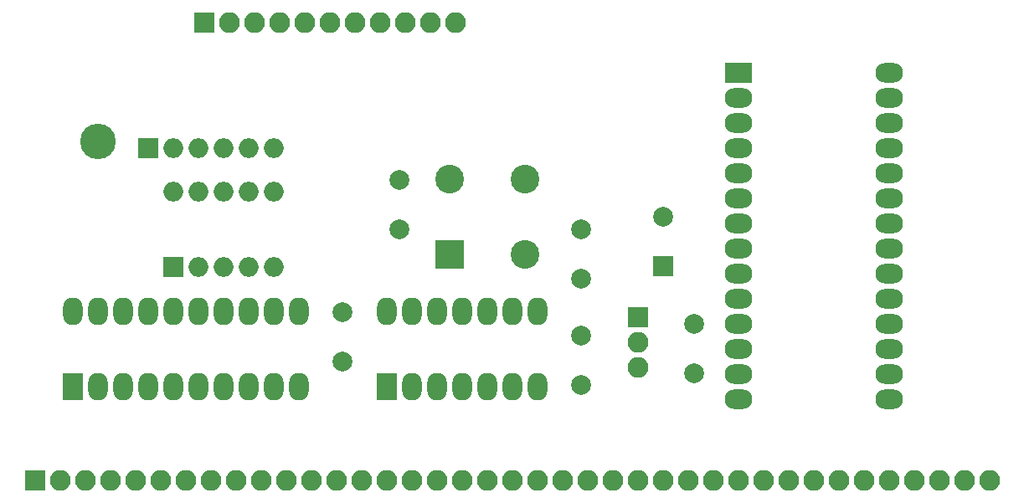
<source format=gbs>
G04 #@! TF.FileFunction,Soldermask,Bot*
%FSLAX46Y46*%
G04 Gerber Fmt 4.6, Leading zero omitted, Abs format (unit mm)*
G04 Created by KiCad (PCBNEW 4.0.6) date 08/29/17 13:01:26*
%MOMM*%
%LPD*%
G01*
G04 APERTURE LIST*
%ADD10C,0.100000*%
%ADD11R,2.800000X2.000000*%
%ADD12O,2.800000X2.000000*%
%ADD13R,2.100000X2.100000*%
%ADD14O,2.100000X2.100000*%
%ADD15C,2.000000*%
%ADD16C,3.600000*%
%ADD17R,2.000000X2.000000*%
%ADD18O,2.000000X2.000000*%
%ADD19R,2.000000X2.800000*%
%ADD20O,2.000000X2.800000*%
%ADD21R,2.900000X2.900000*%
%ADD22C,2.900000*%
G04 APERTURE END LIST*
D10*
D11*
X152400000Y-83820000D03*
D12*
X167640000Y-116840000D03*
X152400000Y-86360000D03*
X167640000Y-114300000D03*
X152400000Y-88900000D03*
X167640000Y-111760000D03*
X152400000Y-91440000D03*
X167640000Y-109220000D03*
X152400000Y-93980000D03*
X167640000Y-106680000D03*
X152400000Y-96520000D03*
X167640000Y-104140000D03*
X152400000Y-99060000D03*
X167640000Y-101600000D03*
X152400000Y-101600000D03*
X167640000Y-99060000D03*
X152400000Y-104140000D03*
X167640000Y-96520000D03*
X152400000Y-106680000D03*
X167640000Y-93980000D03*
X152400000Y-109220000D03*
X167640000Y-91440000D03*
X152400000Y-111760000D03*
X167640000Y-88900000D03*
X152400000Y-114300000D03*
X167640000Y-86360000D03*
X152400000Y-116840000D03*
X167640000Y-83820000D03*
D13*
X98425000Y-78740000D03*
D14*
X100965000Y-78740000D03*
X103505000Y-78740000D03*
X106045000Y-78740000D03*
X108585000Y-78740000D03*
X111125000Y-78740000D03*
X113665000Y-78740000D03*
X116205000Y-78740000D03*
X118745000Y-78740000D03*
X121285000Y-78740000D03*
X123825000Y-78740000D03*
D15*
X136525000Y-104655000D03*
X136525000Y-99655000D03*
D16*
X87630000Y-90805000D03*
D13*
X142240000Y-108585000D03*
D14*
X142240000Y-111125000D03*
X142240000Y-113665000D03*
D17*
X92710000Y-91440000D03*
D18*
X95250000Y-91440000D03*
X97790000Y-91440000D03*
X100330000Y-91440000D03*
X102870000Y-91440000D03*
X105410000Y-91440000D03*
D17*
X95250000Y-103505000D03*
D18*
X105410000Y-95885000D03*
X97790000Y-103505000D03*
X102870000Y-95885000D03*
X100330000Y-103505000D03*
X100330000Y-95885000D03*
X102870000Y-103505000D03*
X97790000Y-95885000D03*
X105410000Y-103505000D03*
X95250000Y-95885000D03*
D19*
X116840000Y-115570000D03*
D20*
X132080000Y-107950000D03*
X119380000Y-115570000D03*
X129540000Y-107950000D03*
X121920000Y-115570000D03*
X127000000Y-107950000D03*
X124460000Y-115570000D03*
X124460000Y-107950000D03*
X127000000Y-115570000D03*
X121920000Y-107950000D03*
X129540000Y-115570000D03*
X119380000Y-107950000D03*
X132080000Y-115570000D03*
X116840000Y-107950000D03*
D19*
X85090000Y-115570000D03*
D20*
X107950000Y-107950000D03*
X87630000Y-115570000D03*
X105410000Y-107950000D03*
X90170000Y-115570000D03*
X102870000Y-107950000D03*
X92710000Y-115570000D03*
X100330000Y-107950000D03*
X95250000Y-115570000D03*
X97790000Y-107950000D03*
X97790000Y-115570000D03*
X95250000Y-107950000D03*
X100330000Y-115570000D03*
X92710000Y-107950000D03*
X102870000Y-115570000D03*
X90170000Y-107950000D03*
X105410000Y-115570000D03*
X87630000Y-107950000D03*
X107950000Y-115570000D03*
X85090000Y-107950000D03*
D21*
X123190000Y-102235000D03*
D22*
X123190000Y-94615000D03*
X130810000Y-94615000D03*
X130810000Y-102235000D03*
D15*
X147955000Y-114220000D03*
X147955000Y-109220000D03*
X136525000Y-115450000D03*
X136525000Y-110450000D03*
X112395000Y-108070000D03*
X112395000Y-113070000D03*
X118110000Y-94695000D03*
X118110000Y-99695000D03*
D13*
X81280000Y-125095000D03*
D14*
X83820000Y-125095000D03*
X86360000Y-125095000D03*
X88900000Y-125095000D03*
X91440000Y-125095000D03*
X93980000Y-125095000D03*
X96520000Y-125095000D03*
X99060000Y-125095000D03*
X101600000Y-125095000D03*
X104140000Y-125095000D03*
X106680000Y-125095000D03*
X109220000Y-125095000D03*
X111760000Y-125095000D03*
X114300000Y-125095000D03*
X116840000Y-125095000D03*
X119380000Y-125095000D03*
X121920000Y-125095000D03*
X124460000Y-125095000D03*
X127000000Y-125095000D03*
X129540000Y-125095000D03*
X132080000Y-125095000D03*
X134620000Y-125095000D03*
X137160000Y-125095000D03*
X139700000Y-125095000D03*
X142240000Y-125095000D03*
X144780000Y-125095000D03*
X147320000Y-125095000D03*
X149860000Y-125095000D03*
X152400000Y-125095000D03*
X154940000Y-125095000D03*
X157480000Y-125095000D03*
X160020000Y-125095000D03*
X162560000Y-125095000D03*
X165100000Y-125095000D03*
X167640000Y-125095000D03*
X170180000Y-125095000D03*
X172720000Y-125095000D03*
X175260000Y-125095000D03*
X177800000Y-125095000D03*
D17*
X144780000Y-103425000D03*
D15*
X144780000Y-98425000D03*
M02*

</source>
